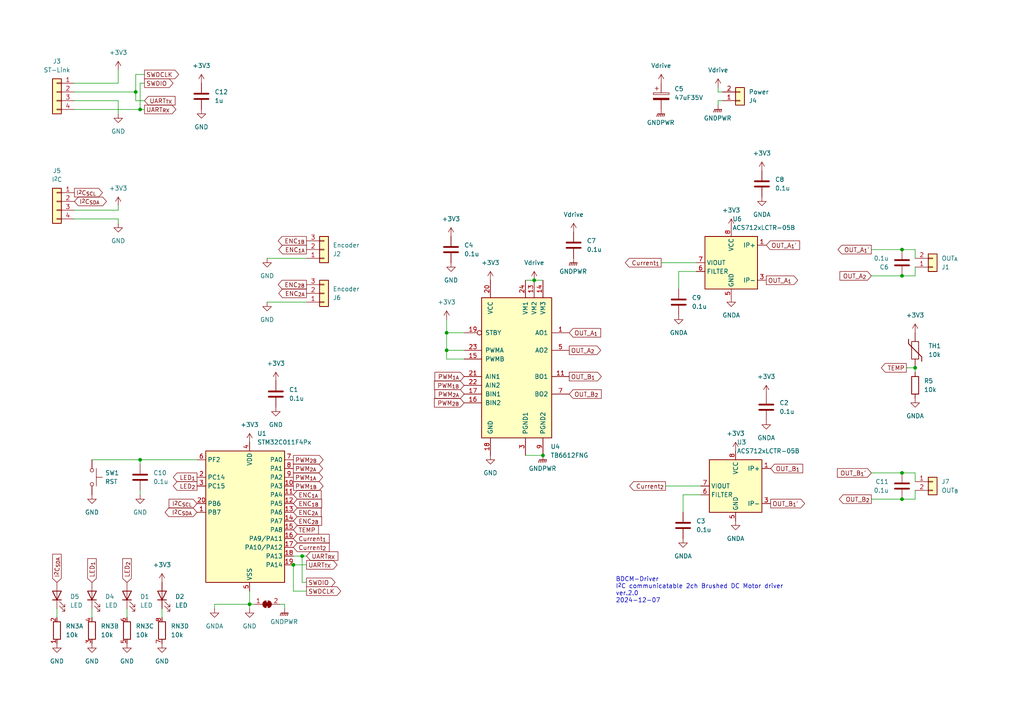
<source format=kicad_sch>
(kicad_sch (version 20231120) (generator "eeschema") (generator_version "8.0")
  (paper "A4")
  (lib_symbols
    (symbol "Connector_Generic:Conn_01x02" (pin_names (offset 1.016) hide)
      (property "Reference" "J" (at 0 2.54 0))
      (property "Value" "Conn_01x02" (at 0 -5.08 0))
      (symbol "Conn_01x02_1_1"
        (rectangle (start -1.27 -2.413) (end 0 -2.667) (stroke (width 0.1524)))
        (rectangle (start -1.27 0.127) (end 0 -0.127) (stroke (width 0.1524)))
        (rectangle (start -1.27 1.27) (end 1.27 -3.81) (stroke (width 0.254)) (fill (type background)))
        (pin passive line (at -5.08 0 0) (length 3.81) (name "Pin_1") (number "1"))
        (pin passive line (at -5.08 -2.54 0) (length 3.81) (name "Pin_2") (number "2"))
      )
    )
    (symbol "Connector_Generic:Conn_01x03" (pin_names (offset 1.016) hide)
      (property "Reference" "J" (at 0 5.08 0))
      (property "Value" "Conn_01x03" (at 0 -5.08 0))
      (symbol "Conn_01x03_1_1"
        (rectangle (start -1.27 -2.413) (end 0 -2.667) (stroke (width 0.1524)))
        (rectangle (start -1.27 0.127) (end 0 -0.127) (stroke (width 0.1524)))
        (rectangle (start -1.27 2.667) (end 0 2.413) (stroke (width 0.1524)))
        (rectangle (start -1.27 3.81) (end 1.27 -3.81) (stroke (width 0.254)) (fill (type background)))
        (pin passive line (at -5.08 2.54 0) (length 3.81) (name "Pin_1") (number "1"))
        (pin passive line (at -5.08 0 0) (length 3.81) (name "Pin_2") (number "2"))
        (pin passive line (at -5.08 -2.54 0) (length 3.81) (name "Pin_3") (number "3"))
      )
    )
    (symbol "Connector_Generic:Conn_01x04" (pin_names (offset 1.016) hide)
      (property "Reference" "J" (at 0 5.08 0))
      (property "Value" "Conn_01x04" (at 0 -7.62 0))
      (symbol "Conn_01x04_1_1"
        (rectangle (start -1.27 -4.953) (end 0 -5.207) (stroke (width 0.1524)))
        (rectangle (start -1.27 -2.413) (end 0 -2.667) (stroke (width 0.1524)))
        (rectangle (start -1.27 0.127) (end 0 -0.127) (stroke (width 0.1524)))
        (rectangle (start -1.27 2.667) (end 0 2.413) (stroke (width 0.1524)))
        (rectangle (start -1.27 3.81) (end 1.27 -6.35) (stroke (width 0.254)) (fill (type background)))
        (pin passive line (at -5.08 2.54 0) (length 3.81) (name "Pin_1") (number "1"))
        (pin passive line (at -5.08 0 0) (length 3.81) (name "Pin_2") (number "2"))
        (pin passive line (at -5.08 -2.54 0) (length 3.81) (name "Pin_3") (number "3"))
        (pin passive line (at -5.08 -5.08 0) (length 3.81) (name "Pin_4") (number "4"))
      )
    )
    (symbol "Device:C" (pin_numbers hide) (pin_names (offset 0.254))
      (property "Reference" "C" (at 0.635 2.54 0))
      (property "Value" "C" (at 0.635 -2.54 0))
      (symbol "C_0_1"
        (polyline (pts (xy -2.032 -0.762) (xy 2.032 -0.762)) (stroke (width 0.508)))
        (polyline (pts (xy -2.032 0.762) (xy 2.032 0.762)) (stroke (width 0.508)))
      )
      (symbol "C_1_1"
        (pin passive line (at 0 3.81 270) (length 2.794) (name "~") (number "1"))
        (pin passive line (at 0 -3.81 90) (length 2.794) (name "~") (number "2"))
      )
    )
    (symbol "Device:C_Polarized" (pin_numbers hide) (pin_names (offset 0.254))
      (property "Reference" "C" (at 0.635 2.54 0))
      (property "Value" "C_Polarized" (at 0.635 -2.54 0))
      (symbol "C_Polarized_0_1"
        (rectangle (start -2.286 0.508) (end 2.286 1.016))
        (polyline (pts (xy -1.778 2.286) (xy -0.762 2.286)))
        (polyline (pts (xy -1.27 2.794) (xy -1.27 1.778)))
        (rectangle (start 2.286 -0.508) (end -2.286 -1.016) (fill (type outline)))
      )
      (symbol "C_Polarized_1_1"
        (pin passive line (at 0 3.81 270) (length 2.794) (name "~") (number "1"))
        (pin passive line (at 0 -3.81 90) (length 2.794) (name "~") (number "2"))
      )
    )
    (symbol "Device:LED" (pin_numbers hide) (pin_names (offset 1.016) hide)
      (property "Reference" "D" (at 0 2.54 0))
      (property "Value" "LED" (at 0 -2.54 0))
      (symbol "LED_0_1"
        (polyline (pts (xy -1.27 -1.27) (xy -1.27 1.27)) (stroke (width 0.254)))
        (polyline (pts (xy -1.27 0) (xy 1.27 0)))
        (polyline (pts (xy 1.27 -1.27) (xy 1.27 1.27) (xy -1.27 0) (xy 1.27 -1.27)) (stroke (width 0.254)))
        (polyline (pts (xy -3.048 -0.762) (xy -4.572 -2.286) (xy -3.81 -2.286) (xy -4.572 -2.286) (xy -4.572 -1.524)))
        (polyline (pts (xy -1.778 -0.762) (xy -3.302 -2.286) (xy -2.54 -2.286) (xy -3.302 -2.286) (xy -3.302 -1.524)))
      )
      (symbol "LED_1_1"
        (pin passive line (at -3.81 0 0) (length 2.54) (name "K") (number "1"))
        (pin passive line (at 3.81 0 180) (length 2.54) (name "A") (number "2"))
      )
    )
    (symbol "Device:R" (pin_numbers hide) (pin_names (offset 0))
      (property "Reference" "R" (at 2.032 0 90))
      (property "Value" "R" (at 0 0 90))
      (symbol "R_0_1"
        (rectangle (start -1.016 -2.54) (end 1.016 2.54) (stroke (width 0.254)))
      )
      (symbol "R_1_1"
        (pin passive line (at 0 3.81 270) (length 1.27) (name "~") (number "1"))
        (pin passive line (at 0 -3.81 90) (length 1.27) (name "~") (number "2"))
      )
    )
    (symbol "Device:R_Pack04_SIP_Split" (pin_names (offset 0) hide)
      (property "Reference" "RN" (at 2.032 0 90))
      (property "Value" "R_Pack04_SIP_Split" (at 0 0 90))
      (symbol "R_Pack04_SIP_Split_0_1"
        (rectangle (start 1.016 2.54) (end -1.016 -2.54) (stroke (width 0.254)))
      )
      (symbol "R_Pack04_SIP_Split_1_1"
        (pin passive line (at 0 -3.81 90) (length 1.27) (name "R1.1") (number "1"))
        (pin passive line (at 0 3.81 270) (length 1.27) (name "R1.2") (number "2"))
      )
      (symbol "R_Pack04_SIP_Split_2_1"
        (pin passive line (at 0 -3.81 90) (length 1.27) (name "R2.1") (number "3"))
        (pin passive line (at 0 3.81 270) (length 1.27) (name "R2.2") (number "4"))
      )
      (symbol "R_Pack04_SIP_Split_3_1"
        (pin passive line (at 0 -3.81 90) (length 1.27) (name "R3.1") (number "5"))
        (pin passive line (at 0 3.81 270) (length 1.27) (name "R3.2") (number "6"))
      )
      (symbol "R_Pack04_SIP_Split_4_1"
        (pin passive line (at 0 -3.81 90) (length 1.27) (name "R4.1") (number "7"))
        (pin passive line (at 0 3.81 270) (length 1.27) (name "R4.2") (number "8"))
      )
    )
    (symbol "Device:Thermistor" (pin_numbers hide) (pin_names (offset 0))
      (property "Reference" "TH" (at 2.54 1.27 90))
      (property "Value" "Thermistor" (at -2.54 0 90))
      (symbol "Thermistor_0_1"
        (rectangle (start -1.016 2.54) (end 1.016 -2.54) (stroke (width 0.2032)))
        (polyline (pts (xy -1.905 3.175) (xy -1.905 1.905) (xy 1.905 -1.905) (xy 1.905 -3.175) (xy 1.905 -3.175)) (stroke (width 0.254)))
      )
      (symbol "Thermistor_1_1"
        (pin passive line (at 0 5.08 270) (length 2.54) (name "~") (number "1"))
        (pin passive line (at 0 -5.08 90) (length 2.54) (name "~") (number "2"))
      )
    )
    (symbol "Driver_Motor:TB6612FNG" (pin_names (offset 1.016))
      (property "Reference" "U" (at 11.43 17.78 0))
      (property "Value" "TB6612FNG" (at 11.43 15.24 0))
      (symbol "TB6612FNG_0_1"
        (rectangle (start -10.16 20.32) (end 10.16 -20.32) (stroke (width 0.254)) (fill (type background)))
      )
      (symbol "TB6612FNG_1_1"
        (pin output line (at 15.24 10.16 180) (length 5.08) (name "AO1") (number "1"))
        (pin passive line (at 7.62 -25.4 90) (length 5.08) hide (name "PGND2") (number "10"))
        (pin output line (at 15.24 -2.54 180) (length 5.08) (name "BO1") (number "11"))
        (pin passive line (at 15.24 -2.54 180) (length 5.08) hide (name "BO1") (number "12"))
        (pin power_in line (at 5.08 25.4 270) (length 5.08) (name "VM2") (number "13"))
        (pin power_in line (at 7.62 25.4 270) (length 5.08) (name "VM3") (number "14"))
        (pin input line (at -15.24 2.54 0) (length 5.08) (name "PWMB") (number "15"))
        (pin input line (at -15.24 -10.16 0) (length 5.08) (name "BIN2") (number "16"))
        (pin input line (at -15.24 -7.62 0) (length 5.08) (name "BIN1") (number "17"))
        (pin power_in line (at -7.62 -25.4 90) (length 5.08) (name "GND") (number "18"))
        (pin input inverted (at -15.24 10.16 0) (length 5.08) (name "STBY") (number "19"))
        (pin passive line (at 15.24 10.16 180) (length 5.08) hide (name "AO1") (number "2"))
        (pin power_in line (at -7.62 25.4 270) (length 5.08) (name "VCC") (number "20"))
        (pin input line (at -15.24 -2.54 0) (length 5.08) (name "AIN1") (number "21"))
        (pin input line (at -15.24 -5.08 0) (length 5.08) (name "AIN2") (number "22"))
        (pin input line (at -15.24 5.08 0) (length 5.08) (name "PWMA") (number "23"))
        (pin power_in line (at 2.54 25.4 270) (length 5.08) (name "VM1") (number "24"))
        (pin power_in line (at 2.54 -25.4 90) (length 5.08) (name "PGND1") (number "3"))
        (pin passive line (at 2.54 -25.4 90) (length 5.08) hide (name "PGND1") (number "4"))
        (pin output line (at 15.24 5.08 180) (length 5.08) (name "AO2") (number "5"))
        (pin passive line (at 15.24 5.08 180) (length 5.08) hide (name "AO2") (number "6"))
        (pin output line (at 15.24 -7.62 180) (length 5.08) (name "BO2") (number "7"))
        (pin passive line (at 15.24 -7.62 180) (length 5.08) hide (name "BO2") (number "8"))
        (pin power_in line (at 7.62 -25.4 90) (length 5.08) (name "PGND2") (number "9"))
      )
    )
    (symbol "Jumper:SolderJumper_2_Bridged" (pin_names (offset 0) hide)
      (property "Reference" "JP" (at 0 2.032 0))
      (property "Value" "SolderJumper_2_Bridged" (at 0 -2.54 0))
      (symbol "SolderJumper_2_Bridged_0_1"
        (rectangle (start -0.508 0.508) (end 0.508 -0.508) (fill (type outline)))
        (arc (start -0.254 1.016) (mid -1.2656 0) (end -0.254 -1.016))
        (arc (start -0.254 1.016) (mid -1.2656 0) (end -0.254 -1.016) (fill (type outline)))
        (polyline (pts (xy -0.254 1.016) (xy -0.254 -1.016)))
        (polyline (pts (xy 0.254 1.016) (xy 0.254 -1.016)))
        (arc (start 0.254 -1.016) (mid 1.2656 0) (end 0.254 1.016))
        (arc (start 0.254 -1.016) (mid 1.2656 0) (end 0.254 1.016) (fill (type outline)))
      )
      (symbol "SolderJumper_2_Bridged_1_1"
        (pin passive line (at -3.81 0 0) (length 2.54) (name "A") (number "1"))
        (pin passive line (at 3.81 0 180) (length 2.54) (name "B") (number "2"))
      )
    )
    (symbol "MCU_ST_STM32C0:STM32C011F4Px"
      (property "Reference" "U" (at -10.16 21.59 0))
      (property "Value" "STM32C011F4Px" (at 5.08 21.59 0))
      (symbol "STM32C011F4Px_0_1"
        (rectangle (start -10.16 -17.78) (end 12.7 20.32) (stroke (width 0.254)) (fill (type background)))
      )
      (symbol "STM32C011F4Px_1_1"
        (pin bidirectional line (at -12.7 2.54 0) (length 2.54) (name "PB7") (number "1"))
        (pin bidirectional line (at 15.24 10.16 180) (length 2.54) (name "PA3") (number "10"))
        (pin bidirectional line (at 15.24 7.62 180) (length 2.54) (name "PA4") (number "11"))
        (pin bidirectional line (at 15.24 5.08 180) (length 2.54) (name "PA5") (number "12"))
        (pin bidirectional line (at 15.24 2.54 180) (length 2.54) (name "PA6") (number "13"))
        (pin bidirectional line (at 15.24 0 180) (length 2.54) (name "PA7") (number "14"))
        (pin bidirectional line (at 15.24 -2.54 180) (length 2.54) (name "PA8") (number "15"))
        (pin bidirectional line (at 15.24 -5.08 180) (length 2.54) (name "PA9/PA11") (number "16"))
        (pin bidirectional line (at 15.24 -7.62 180) (length 2.54) (name "PA10/PA12") (number "17"))
        (pin bidirectional line (at 15.24 -10.16 180) (length 2.54) (name "PA13") (number "18"))
        (pin bidirectional line (at 15.24 -12.7 180) (length 2.54) (name "PA14") (number "19"))
        (pin bidirectional line (at -12.7 12.7 0) (length 2.54) (name "PC14") (number "2"))
        (pin bidirectional line (at -12.7 5.08 0) (length 2.54) (name "PB6") (number "20"))
        (pin bidirectional line (at -12.7 10.16 0) (length 2.54) (name "PC15") (number "3"))
        (pin power_in line (at 2.54 22.86 270) (length 2.54) (name "VDD") (number "4"))
        (pin power_in line (at 2.54 -20.32 90) (length 2.54) (name "VSS") (number "5"))
        (pin bidirectional line (at -12.7 17.78 0) (length 2.54) (name "PF2") (number "6"))
        (pin bidirectional line (at 15.24 17.78 180) (length 2.54) (name "PA0") (number "7"))
        (pin bidirectional line (at 15.24 15.24 180) (length 2.54) (name "PA1") (number "8"))
        (pin bidirectional line (at 15.24 12.7 180) (length 2.54) (name "PA2") (number "9"))
      )
    )
    (symbol "Sensor_Current:ACS712xLCTR-05B"
      (property "Reference" "U" (at 2.54 11.43 0))
      (property "Value" "ACS712xLCTR-05B" (at 2.54 8.89 0))
      (symbol "ACS712xLCTR-05B_0_1"
        (rectangle (start -7.62 7.62) (end 7.62 -7.62) (stroke (width 0.254)) (fill (type background)))
      )
      (symbol "ACS712xLCTR-05B_1_1"
        (pin passive line (at -10.16 5.08 0) (length 2.54) (name "IP+") (number "1"))
        (pin passive line (at -10.16 5.08 0) (length 2.54) hide (name "IP+") (number "2"))
        (pin passive line (at -10.16 -5.08 0) (length 2.54) (name "IP-") (number "3"))
        (pin passive line (at -10.16 -5.08 0) (length 2.54) hide (name "IP-") (number "4"))
        (pin power_in line (at 0 -10.16 90) (length 2.54) (name "GND") (number "5"))
        (pin passive line (at 10.16 -2.54 180) (length 2.54) (name "FILTER") (number "6"))
        (pin output line (at 10.16 0 180) (length 2.54) (name "VIOUT") (number "7"))
        (pin power_in line (at 0 10.16 270) (length 2.54) (name "VCC") (number "8"))
      )
    )
    (symbol "Switch:SW_Push" (pin_numbers hide) (pin_names (offset 1.016) hide)
      (property "Reference" "SW" (at 1.27 2.54 0))
      (property "Value" "SW_Push" (at 0 -1.524 0))
      (symbol "SW_Push_0_1"
        (circle (center -2.032 0) (radius 0.508))
        (polyline (pts (xy 0 1.27) (xy 0 3.048)))
        (polyline (pts (xy 2.54 1.27) (xy -2.54 1.27)))
        (circle (center 2.032 0) (radius 0.508))
        (pin passive line (at -5.08 0 0) (length 2.54) (name "1") (number "1"))
        (pin passive line (at 5.08 0 180) (length 2.54) (name "2") (number "2"))
      )
    )
    (symbol "power:+3V3" (power) (pin_names (offset 0))
      (property "Value" "+3V3" (at 0 3.556 0))
      (symbol "+3V3_0_1"
        (polyline (pts (xy -0.762 1.27) (xy 0 2.54)))
        (polyline (pts (xy 0 0) (xy 0 2.54)))
        (polyline (pts (xy 0 2.54) (xy 0.762 1.27)))
      )
      (symbol "+3V3_1_1"
        (pin power_in line (at 0 0 90) (length 0) hide (name "+3V3") (number "1"))
      )
    )
    (symbol "power:GND" (power) (pin_names (offset 0))
      (property "Value" "GND" (at 0 -3.81 0))
      (symbol "GND_0_1"
        (polyline (pts (xy 0 0) (xy 0 -1.27) (xy 1.27 -1.27) (xy 0 -2.54) (xy -1.27 -1.27) (xy 0 -1.27)))
      )
      (symbol "GND_1_1"
        (pin power_in line (at 0 0 270) (length 0) hide (name "GND") (number "1"))
      )
    )
    (symbol "power:GNDA" (power) (pin_names (offset 0))
      (property "Value" "GNDA" (at 0 -3.81 0))
      (symbol "GNDA_0_1"
        (polyline (pts (xy 0 0) (xy 0 -1.27) (xy 1.27 -1.27) (xy 0 -2.54) (xy -1.27 -1.27) (xy 0 -1.27)))
      )
      (symbol "GNDA_1_1"
        (pin power_in line (at 0 0 270) (length 0) hide (name "GNDA") (number "1"))
      )
    )
    (symbol "power:GNDPWR" (power) (pin_names (offset 0))
      (property "Value" "GNDPWR" (at 0 -3.302 0))
      (symbol "GNDPWR_0_1"
        (polyline (pts (xy 0 -1.27) (xy 0 0)))
        (polyline (pts (xy -1.016 -1.27) (xy -1.27 -2.032) (xy -1.27 -2.032)) (stroke (width 0.2032)))
        (polyline (pts (xy -0.508 -1.27) (xy -0.762 -2.032) (xy -0.762 -2.032)) (stroke (width 0.2032)))
        (polyline (pts (xy 0 -1.27) (xy -0.254 -2.032) (xy -0.254 -2.032)) (stroke (width 0.2032)))
        (polyline (pts (xy 0.508 -1.27) (xy 0.254 -2.032) (xy 0.254 -2.032)) (stroke (width 0.2032)))
        (polyline (pts (xy 1.016 -1.27) (xy -1.016 -1.27) (xy -1.016 -1.27)) (stroke (width 0.2032)))
        (polyline (pts (xy 1.016 -1.27) (xy 0.762 -2.032) (xy 0.762 -2.032) (xy 0.762 -2.032)) (stroke (width 0.2032)))
      )
      (symbol "GNDPWR_1_1"
        (pin power_in line (at 0 0 270) (length 0) hide (name "GNDPWR") (number "1"))
      )
    )
    (symbol "power:Vdrive" (power) (pin_names (offset 0))
      (property "Value" "Vdrive" (at 0 3.81 0))
      (symbol "Vdrive_0_1"
        (polyline (pts (xy -0.762 1.27) (xy 0 2.54)))
        (polyline (pts (xy 0 0) (xy 0 2.54)))
        (polyline (pts (xy 0 2.54) (xy 0.762 1.27)))
      )
      (symbol "Vdrive_1_1"
        (pin power_in line (at 0 0 90) (length 0) hide (name "Vdrive") (number "1"))
      )
    )
  )
  (junction (at 87.63 161.29))
  (junction (at 85.09 163.83))
  (junction (at 129.54 96.52))
  (junction (at 154.94 81.28))
  (junction (at 129.54 101.6))
  (junction (at 39.37 26.67))
  (junction (at 261.62 137.16))
  (junction (at 72.39 175.26))
  (junction (at 261.62 80.01))
  (junction (at 265.43 106.68))
  (junction (at 40.64 133.35))
  (junction (at 40.64 31.75))
  (junction (at 261.62 72.39))
  (junction (at 261.62 144.78))
  (junction (at 157.48 132.08))
  (wire (pts (xy 34.29 63.5) (xy 34.29 64.77)))
  (wire (pts (xy 129.54 96.52) (xy 129.54 101.6)))
  (wire (pts (xy 265.43 142.24) (xy 265.43 144.78)))
  (wire (pts (xy 85.09 171.45) (xy 85.09 163.83)))
  (wire (pts (xy 198.12 143.51) (xy 203.2 143.51)))
  (wire (pts (xy 39.37 26.67) (xy 21.59 26.67)))
  (wire (pts (xy 129.54 101.6) (xy 129.54 104.14)))
  (wire (pts (xy 265.43 107.95) (xy 265.43 106.68)))
  (wire (pts (xy 39.37 21.59) (xy 39.37 26.67)))
  (wire (pts (xy 198.12 148.59) (xy 198.12 143.51)))
  (wire (pts (xy 208.28 29.21) (xy 209.55 29.21)))
  (wire (pts (xy 46.99 179.07) (xy 46.99 176.53)))
  (wire (pts (xy 208.28 25.4) (xy 208.28 26.67)))
  (wire (pts (xy 208.28 30.48) (xy 208.28 29.21)))
  (wire (pts (xy 85.09 161.29) (xy 87.63 161.29)))
  (wire (pts (xy 129.54 101.6) (xy 134.62 101.6)))
  (wire (pts (xy 88.9 171.45) (xy 85.09 171.45)))
  (wire (pts (xy 34.29 29.21) (xy 34.29 33.02)))
  (wire (pts (xy 39.37 29.21) (xy 39.37 26.67)))
  (wire (pts (xy 261.62 144.78) (xy 265.43 144.78)))
  (wire (pts (xy 193.04 140.97) (xy 203.2 140.97)))
  (wire (pts (xy 40.64 24.13) (xy 40.64 31.75)))
  (wire (pts (xy 21.59 29.21) (xy 34.29 29.21)))
  (wire (pts (xy 21.59 24.13) (xy 34.29 24.13)))
  (wire (pts (xy 41.91 31.75) (xy 40.64 31.75)))
  (wire (pts (xy 261.62 137.16) (xy 252.73 137.16)))
  (wire (pts (xy 82.55 175.26) (xy 82.55 176.53)))
  (wire (pts (xy 152.4 132.08) (xy 157.48 132.08)))
  (wire (pts (xy 21.59 60.96) (xy 34.29 60.96)))
  (wire (pts (xy 265.43 77.47) (xy 265.43 80.01)))
  (wire (pts (xy 72.39 171.45) (xy 72.39 175.26)))
  (wire (pts (xy 39.37 29.21) (xy 41.91 29.21)))
  (wire (pts (xy 261.62 80.01) (xy 252.73 80.01)))
  (wire (pts (xy 77.47 87.63) (xy 88.9 87.63)))
  (wire (pts (xy 196.85 83.82) (xy 196.85 78.74)))
  (wire (pts (xy 88.9 168.91) (xy 87.63 168.91)))
  (wire (pts (xy 262.89 106.68) (xy 265.43 106.68)))
  (wire (pts (xy 261.62 72.39) (xy 265.43 72.39)))
  (wire (pts (xy 72.39 175.26) (xy 73.66 175.26)))
  (wire (pts (xy 40.64 143.51) (xy 40.64 142.24)))
  (wire (pts (xy 72.39 176.53) (xy 72.39 175.26)))
  (wire (pts (xy 85.09 163.83) (xy 88.9 163.83)))
  (wire (pts (xy 16.51 176.53) (xy 16.51 179.07)))
  (wire (pts (xy 129.54 92.71) (xy 129.54 96.52)))
  (wire (pts (xy 265.43 72.39) (xy 265.43 74.93)))
  (wire (pts (xy 154.94 81.28) (xy 157.48 81.28)))
  (wire (pts (xy 21.59 63.5) (xy 34.29 63.5)))
  (wire (pts (xy 252.73 72.39) (xy 261.62 72.39)))
  (wire (pts (xy 208.28 26.67) (xy 209.55 26.67)))
  (wire (pts (xy 265.43 80.01) (xy 261.62 80.01)))
  (wire (pts (xy 81.28 175.26) (xy 82.55 175.26)))
  (wire (pts (xy 77.47 74.93) (xy 88.9 74.93)))
  (wire (pts (xy 34.29 60.96) (xy 34.29 59.69)))
  (wire (pts (xy 87.63 168.91) (xy 87.63 161.29)))
  (wire (pts (xy 252.73 144.78) (xy 261.62 144.78)))
  (wire (pts (xy 40.64 31.75) (xy 21.59 31.75)))
  (wire (pts (xy 196.85 78.74) (xy 201.93 78.74)))
  (wire (pts (xy 36.83 176.53) (xy 36.83 179.07)))
  (wire (pts (xy 152.4 81.28) (xy 154.94 81.28)))
  (wire (pts (xy 191.77 76.2) (xy 201.93 76.2)))
  (wire (pts (xy 41.91 24.13) (xy 40.64 24.13)))
  (wire (pts (xy 129.54 104.14) (xy 134.62 104.14)))
  (wire (pts (xy 26.67 133.35) (xy 40.64 133.35)))
  (wire (pts (xy 34.29 24.13) (xy 34.29 20.32)))
  (wire (pts (xy 129.54 96.52) (xy 134.62 96.52)))
  (wire (pts (xy 87.63 161.29) (xy 88.9 161.29)))
  (wire (pts (xy 62.23 175.26) (xy 72.39 175.26)))
  (wire (pts (xy 40.64 134.62) (xy 40.64 133.35)))
  (wire (pts (xy 265.43 137.16) (xy 265.43 139.7)))
  (wire (pts (xy 62.23 175.26) (xy 62.23 176.53)))
  (wire (pts (xy 265.43 137.16) (xy 261.62 137.16)))
  (wire (pts (xy 40.64 133.35) (xy 57.15 133.35)))
  (wire (pts (xy 39.37 21.59) (xy 41.91 21.59)))
  (wire (pts (xy 26.67 176.53) (xy 26.67 179.07)))
  (text "BDCM-Driver\nI^{2}C communicatable 2ch Brushed DC Motor driver\nver.2.0\n2024-12-07" (at 178.562 171.196 0) (effects (font (size 1.27 1.27)) (justify left)))
  (global_label "OUT_A_{2}" (shape output) (at 165.1 101.6 0) (property "Intersheetrefs" "${INTERSHEET_REFS}" (effects (hide yes))))
  (global_label "PWM_{2A}" (shape input) (at 134.62 114.3 180) (property "Intersheetrefs" "${INTERSHEET_REFS}" (effects (hide yes))))
  (global_label "ENC_{2A}" (shape input) (at 85.09 148.59 0) (property "Intersheetrefs" "${INTERSHEET_REFS}" (effects (hide yes))))
  (global_label "OUT_B_{1}'" (shape output) (at 223.52 146.05 0) (property "Intersheetrefs" "${INTERSHEET_REFS}" (effects (hide yes))))
  (global_label "ENC_{1A}" (shape output) (at 88.9 72.39 180) (property "Intersheetrefs" "${INTERSHEET_REFS}" (effects (hide yes))))
  (global_label "UART_{RX}" (shape output) (at 41.91 31.75 0) (property "Intersheetrefs" "${INTERSHEET_REFS}" (effects (hide yes))))
  (global_label "ENC_{2A}" (shape output) (at 88.9 85.09 180) (property "Intersheetrefs" "${INTERSHEET_REFS}" (effects (hide yes))))
  (global_label "OUT_A_{1}'" (shape input) (at 222.25 71.12 0) (property "Intersheetrefs" "${INTERSHEET_REFS}" (effects (hide yes))))
  (global_label "PWM_{1B}" (shape input) (at 134.62 111.76 180) (property "Intersheetrefs" "${INTERSHEET_REFS}" (effects (hide yes))))
  (global_label "Current_{1}" (shape input) (at 85.09 156.21 0) (property "Intersheetrefs" "${INTERSHEET_REFS}" (effects (hide yes))))
  (global_label "OUT_B_{1}" (shape input) (at 223.52 135.89 0) (property "Intersheetrefs" "${INTERSHEET_REFS}" (effects (hide yes))))
  (global_label "PWM_{2B}" (shape output) (at 85.09 133.35 0) (property "Intersheetrefs" "${INTERSHEET_REFS}" (effects (hide yes))))
  (global_label "SWDCLK" (shape output) (at 41.91 21.59 0) (property "Intersheetrefs" "${INTERSHEET_REFS}" (effects (hide yes))))
  (global_label "I^{2}C_{SDA}" (shape input) (at 16.51 168.91 90) (property "Intersheetrefs" "${INTERSHEET_REFS}" (effects (hide yes))))
  (global_label "OUT_B_{1}'" (shape input) (at 252.73 137.16 180) (property "Intersheetrefs" "${INTERSHEET_REFS}" (effects (hide yes))))
  (global_label "UART_{TX}" (shape input) (at 41.91 29.21 0) (property "Intersheetrefs" "${INTERSHEET_REFS}" (effects (hide yes))))
  (global_label "I^{2}C_{SCL}" (shape output) (at 21.59 55.88 0) (property "Intersheetrefs" "${INTERSHEET_REFS}" (effects (hide yes))))
  (global_label "ENC_{1B}" (shape input) (at 85.09 146.05 0) (property "Intersheetrefs" "${INTERSHEET_REFS}" (effects (hide yes))))
  (global_label "PWM_{2A}" (shape output) (at 85.09 135.89 0) (property "Intersheetrefs" "${INTERSHEET_REFS}" (effects (hide yes))))
  (global_label "OUT_A_{1}" (shape output) (at 222.25 81.28 0) (property "Intersheetrefs" "${INTERSHEET_REFS}" (effects (hide yes))))
  (global_label "OUT_B_{1}" (shape output) (at 165.1 109.22 0) (property "Intersheetrefs" "${INTERSHEET_REFS}" (effects (hide yes))))
  (global_label "OUT_B_{2}" (shape input) (at 165.1 114.3 0) (property "Intersheetrefs" "${INTERSHEET_REFS}" (effects (hide yes))))
  (global_label "OUT_A_{2}" (shape input) (at 252.73 80.01 180) (property "Intersheetrefs" "${INTERSHEET_REFS}" (effects (hide yes))))
  (global_label "ENC_{2B}" (shape input) (at 85.09 151.13 0) (property "Intersheetrefs" "${INTERSHEET_REFS}" (effects (hide yes))))
  (global_label "I^{2}C_{SCL}" (shape input) (at 57.15 146.05 180) (property "Intersheetrefs" "${INTERSHEET_REFS}" (effects (hide yes))))
  (global_label "SWDIO" (shape output) (at 41.91 24.13 0) (property "Intersheetrefs" "${INTERSHEET_REFS}" (effects (hide yes))))
  (global_label "I^{2}C_{SDA}" (shape bidirectional) (at 57.15 148.59 180) (property "Intersheetrefs" "${INTERSHEET_REFS}" (effects (hide yes))))
  (global_label "Current_{2}" (shape input) (at 85.09 158.75 0) (property "Intersheetrefs" "${INTERSHEET_REFS}" (effects (hide yes))))
  (global_label "SWDCLK" (shape output) (at 88.9 171.45 0) (property "Intersheetrefs" "${INTERSHEET_REFS}" (effects (hide yes))))
  (global_label "LED_{2}" (shape input) (at 36.83 168.91 90) (property "Intersheetrefs" "${INTERSHEET_REFS}" (effects (hide yes))))
  (global_label "OUT_A_{1}" (shape input) (at 165.1 96.52 0) (property "Intersheetrefs" "${INTERSHEET_REFS}" (effects (hide yes))))
  (global_label "PWM_{2B}" (shape input) (at 134.62 116.84 180) (property "Intersheetrefs" "${INTERSHEET_REFS}" (effects (hide yes))))
  (global_label "ENC_{1B}" (shape output) (at 88.9 69.85 180) (property "Intersheetrefs" "${INTERSHEET_REFS}" (effects (hide yes))))
  (global_label "LED_{1}" (shape output) (at 57.15 138.43 180) (property "Intersheetrefs" "${INTERSHEET_REFS}" (effects (hide yes))))
  (global_label "ENC_{1A}" (shape input) (at 85.09 143.51 0) (property "Intersheetrefs" "${INTERSHEET_REFS}" (effects (hide yes))))
  (global_label "Current_{2}" (shape output) (at 193.04 140.97 180) (property "Intersheetrefs" "${INTERSHEET_REFS}" (effects (hide yes))))
  (global_label "SWDIO" (shape output) (at 88.9 168.91 0) (property "Intersheetrefs" "${INTERSHEET_REFS}" (effects (hide yes))))
  (global_label "Current_{1}" (shape output) (at 191.77 76.2 180) (property "Intersheetrefs" "${INTERSHEET_REFS}" (effects (hide yes))))
  (global_label "LED_{1}" (shape input) (at 26.67 168.91 90) (property "Intersheetrefs" "${INTERSHEET_REFS}" (effects (hide yes))))
  (global_label "OUT_B_{2}" (shape output) (at 252.73 144.78 180) (property "Intersheetrefs" "${INTERSHEET_REFS}" (effects (hide yes))))
  (global_label "OUT_A_{1}'" (shape output) (at 252.73 72.39 180) (property "Intersheetrefs" "${INTERSHEET_REFS}" (effects (hide yes))))
  (global_label "PWM_{1B}" (shape output) (at 85.09 140.97 0) (property "Intersheetrefs" "${INTERSHEET_REFS}" (effects (hide yes))))
  (global_label "ENC_{2B}" (shape output) (at 88.9 82.55 180) (property "Intersheetrefs" "${INTERSHEET_REFS}" (effects (hide yes))))
  (global_label "I^{2}C_{SDA}" (shape bidirectional) (at 21.59 58.42 0) (property "Intersheetrefs" "${INTERSHEET_REFS}" (effects (hide yes))))
  (global_label "TEMP" (shape output) (at 262.89 106.68 180) (property "Intersheetrefs" "${INTERSHEET_REFS}" (effects (hide yes))))
  (global_label "UART_{TX}" (shape output) (at 88.9 163.83 0) (property "Intersheetrefs" "${INTERSHEET_REFS}" (effects (hide yes))))
  (global_label "PWM_{1A}" (shape output) (at 85.09 138.43 0) (property "Intersheetrefs" "${INTERSHEET_REFS}" (effects (hide yes))))
  (global_label "TEMP" (shape input) (at 85.09 153.67 0) (property "Intersheetrefs" "${INTERSHEET_REFS}" (effects (hide yes))))
  (global_label "PWM_{1A}" (shape input) (at 134.62 109.22 180) (property "Intersheetrefs" "${INTERSHEET_REFS}" (effects (hide yes))))
  (global_label "UART_{RX}" (shape input) (at 88.9 161.29 0) (property "Intersheetrefs" "${INTERSHEET_REFS}" (effects (hide yes))))
  (global_label "LED_{2}" (shape output) (at 57.15 140.97 180) (property "Intersheetrefs" "${INTERSHEET_REFS}" (effects (hide yes))))
  (symbol (lib_id "power:Vdrive") (at 154.94 81.28 0) (unit 1)
    (property "Reference" "#PWR045" (effects (hide yes)))
    (property "Value" "Vdrive" (at 154.94 76.2 0))
  )
  (symbol (lib_id "Device:R_Pack04_SIP_Split") (at 36.83 182.88 0) (unit 3)
    (property "Reference" "RN3" (at 39.37 181.61 0) (effects (justify left)))
    (property "Value" "10k" (at 39.37 184.15 0) (effects (justify left)))
    (property "Footprint" ".MyFootprint:MNR04_ROM" (effects (hide yes)))
    (property "Datasheet" "http://www.vishay.com/docs/31509/csc.pdf" (effects (hide yes)))
  )
  (symbol (lib_id "Device:C_Polarized") (at 191.77 27.94 0) (unit 1)
    (property "Reference" "C5" (at 195.58 25.781 0) (effects (justify left)))
    (property "Value" "47uF35V" (at 195.58 28.321 0) (effects (justify left)))
    (property "Footprint" "Capacitor_SMD:CP_Elec_10x10.5" (effects (hide yes)))
  )
  (symbol (lib_id "power:GNDA") (at 198.12 156.21 0) (unit 1)
    (property "Reference" "#PWR024" (effects (hide yes)))
    (property "Value" "GNDA" (at 198.12 161.29 0))
  )
  (symbol (lib_id "Device:R_Pack04_SIP_Split") (at 16.51 182.88 0) (unit 1)
    (property "Reference" "RN3" (at 19.05 181.61 0) (effects (justify left)))
    (property "Value" "10k" (at 19.05 184.15 0) (effects (justify left)))
    (property "Footprint" ".MyFootprint:MNR04_ROM" (effects (hide yes)))
    (property "Datasheet" "http://www.vishay.com/docs/31509/csc.pdf" (effects (hide yes)))
  )
  (symbol (lib_id "Device:C") (at 80.01 114.3 0) (unit 1)
    (property "Reference" "C1" (at 83.82 113.03 0) (effects (justify left)))
    (property "Value" "0.1u" (at 83.82 115.57 0) (effects (justify left)))
    (property "Footprint" "Capacitor_SMD:C_0603_1608Metric" (effects (hide yes)))
  )
  (symbol (lib_id "power:+3V3") (at 222.25 114.3 0) (unit 1)
    (property "Reference" "#PWR08" (effects (hide yes)))
    (property "Value" "+3V3" (at 222.25 109.22 0))
  )
  (symbol (lib_id "Connector_Generic:Conn_01x03") (at 93.98 72.39 0) (mirror x) (unit 1)
    (property "Reference" "J2" (at 96.52 73.66 0) (effects (justify left)))
    (property "Value" "Encoder" (at 96.52 71.12 0) (effects (justify left)))
    (property "Footprint" "Connector_PinHeader_1.27mm:PinHeader_1x03_P1.27mm_Vertical" (effects (hide yes)))
  )
  (symbol (lib_id "power:GND") (at 77.47 74.93 0) (unit 1)
    (property "Reference" "#PWR010" (effects (hide yes)))
    (property "Value" "GND" (at 77.47 80.01 0))
  )
  (symbol (lib_id "power:GNDA") (at 265.43 115.57 0) (unit 1)
    (property "Reference" "#PWR051" (effects (hide yes)))
    (property "Value" "GNDA" (at 265.43 120.65 0))
  )
  (symbol (lib_id "Sensor_Current:ACS712xLCTR-05B") (at 213.36 140.97 0) (mirror y) (unit 1)
    (property "Reference" "U3" (at 213.7059 128.27 0) (effects (justify right)))
    (property "Value" "ACS712xLCTR-05B" (at 213.7059 130.81 0) (effects (justify right)))
    (property "Footprint" "Package_SO:SOIC-8_3.9x4.9mm_P1.27mm" (effects (hide yes)))
    (property "Datasheet" "http://www.allegromicro.com/~/media/Files/Datasheets/ACS712-Datasheet.ashx?la=en" (effects (hide yes)))
  )
  (symbol (lib_id "Device:C") (at 196.85 87.63 0) (unit 1)
    (property "Reference" "C9" (at 200.66 86.36 0) (effects (justify left)))
    (property "Value" "0.1u" (at 200.66 88.9 0) (effects (justify left)))
    (property "Footprint" "Capacitor_SMD:C_0603_1608Metric" (effects (hide yes)))
  )
  (symbol (lib_id "power:+3V3") (at 46.99 168.91 0) (unit 1)
    (property "Reference" "#PWR020" (effects (hide yes)))
    (property "Value" "+3V3" (at 46.99 163.83 0))
  )
  (symbol (lib_id "power:GNDA") (at 222.25 121.92 0) (unit 1)
    (property "Reference" "#PWR019" (effects (hide yes)))
    (property "Value" "GNDA" (at 222.25 127 0))
  )
  (symbol (lib_id "power:GNDPWR") (at 157.48 132.08 0) (unit 1)
    (property "Reference" "#PWR044" (effects (hide yes)))
    (property "Value" "GNDPWR" (at 157.353 135.89 0))
  )
  (symbol (lib_id "Connector_Generic:Conn_01x04") (at 16.51 58.42 0) (mirror y) (unit 1)
    (property "Reference" "J5" (at 16.51 49.53 0))
    (property "Value" "I^{2}C" (at 16.51 52.07 0))
    (property "Footprint" "Connector_JST:JST_XH_S4B-XH-A_1x04_P2.50mm_Horizontal" (effects (hide yes)))
  )
  (symbol (lib_id "power:+3V3") (at 212.09 66.04 0) (unit 1)
    (property "Reference" "#PWR016" (effects (hide yes)))
    (property "Value" "+3V3" (at 212.09 60.96 0))
  )
  (symbol (lib_id "power:GND") (at 26.67 143.51 0) (unit 1)
    (property "Reference" "#PWR050" (effects (hide yes)))
    (property "Value" "GND" (at 26.67 148.59 0))
  )
  (symbol (lib_id "power:GND") (at 142.24 132.08 0) (unit 1)
    (property "Reference" "#PWR02" (effects (hide yes)))
    (property "Value" "GND" (at 142.24 137.16 0))
  )
  (symbol (lib_id "power:GND") (at 34.29 64.77 0) (unit 1)
    (property "Reference" "#PWR031" (effects (hide yes)))
    (property "Value" "GND" (at 34.29 69.85 0))
  )
  (symbol (lib_id "Connector_Generic:Conn_01x02") (at 214.63 29.21 0) (mirror x) (unit 1)
    (property "Reference" "J4" (at 217.17 29.21 0) (effects (justify left)))
    (property "Value" "Power" (at 217.17 26.67 0) (effects (justify left)))
    (property "Footprint" "Connector_PinHeader_2.54mm:PinHeader_1x02_P2.54mm_Horizontal" (effects (hide yes)))
  )
  (symbol (lib_id "power:+3V3") (at 58.42 24.13 0) (unit 1)
    (property "Reference" "#PWR028" (effects (hide yes)))
    (property "Value" "+3V3" (at 58.42 19.05 0))
  )
  (symbol (lib_id "Device:C") (at 130.81 72.39 0) (unit 1)
    (property "Reference" "C4" (at 134.62 71.12 0) (effects (justify left)))
    (property "Value" "0.1u" (at 134.62 73.66 0) (effects (justify left)))
    (property "Footprint" "Capacitor_SMD:C_0603_1608Metric" (effects (hide yes)))
  )
  (symbol (lib_id "power:+3V3") (at 265.43 96.52 0) (unit 1)
    (property "Reference" "#PWR047" (effects (hide yes)))
    (property "Value" "+3V3" (at 265.43 91.44 0))
  )
  (symbol (lib_id "power:+3V3") (at 142.24 81.28 0) (unit 1)
    (property "Reference" "#PWR046" (effects (hide yes)))
    (property "Value" "+3V3" (at 142.24 76.2 0))
  )
  (symbol (lib_id "Device:C") (at 166.37 71.12 0) (unit 1)
    (property "Reference" "C7" (at 170.18 69.85 0) (effects (justify left)))
    (property "Value" "0.1u" (at 170.18 72.39 0) (effects (justify left)))
    (property "Footprint" "Capacitor_SMD:C_0603_1608Metric" (effects (hide yes)))
  )
  (symbol (lib_id "Connector_Generic:Conn_01x02") (at 270.51 139.7 0) (unit 1)
    (property "Reference" "J7" (at 273.05 139.7 0) (effects (justify left)))
    (property "Value" "OUT_{B}" (at 273.05 142.24 0) (effects (justify left)))
    (property "Footprint" "Connector_PinHeader_2.54mm:PinHeader_1x02_P2.54mm_Horizontal" (effects (hide yes)))
  )
  (symbol (lib_id "power:Vdrive") (at 191.77 24.13 0) (unit 1)
    (property "Reference" "#PWR027" (effects (hide yes)))
    (property "Value" "Vdrive" (at 191.77 19.05 0))
  )
  (symbol (lib_id "power:+3V3") (at 213.36 130.81 0) (unit 1)
    (property "Reference" "#PWR011" (effects (hide yes)))
    (property "Value" "+3V3" (at 213.36 125.73 0))
  )
  (symbol (lib_id "power:GND") (at 26.67 186.69 0) (unit 1)
    (property "Reference" "#PWR035" (effects (hide yes)))
    (property "Value" "GND" (at 26.67 191.77 0))
  )
  (symbol (lib_id "power:GNDPWR") (at 166.37 74.93 0) (unit 1)
    (property "Reference" "#PWR034" (effects (hide yes)))
    (property "Value" "GNDPWR" (at 166.243 78.74 0))
  )
  (symbol (lib_id "Device:LED") (at 46.99 172.72 90) (unit 1)
    (property "Reference" "D2" (at 50.8 173.0375 90) (effects (justify right)))
    (property "Value" "LED" (at 50.8 175.5775 90) (effects (justify right)))
    (property "Footprint" "LED_SMD:LED_0603_1608Metric" (effects (hide yes)))
  )
  (symbol (lib_id "Device:C") (at 58.42 27.94 0) (unit 1)
    (property "Reference" "C12" (at 62.23 26.67 0) (effects (justify left)))
    (property "Value" "1u" (at 62.23 29.21 0) (effects (justify left)))
    (property "Footprint" "Capacitor_SMD:C_0805_2012Metric" (effects (hide yes)))
  )
  (symbol (lib_id "power:GND") (at 34.29 33.02 0) (unit 1)
    (property "Reference" "#PWR015" (effects (hide yes)))
    (property "Value" "GND" (at 34.29 38.1 0))
  )
  (symbol (lib_id "Device:LED") (at 36.83 172.72 90) (unit 1)
    (property "Reference" "D1" (at 40.64 173.0375 90) (effects (justify right)))
    (property "Value" "LED" (at 40.64 175.5775 90) (effects (justify right)))
    (property "Footprint" "LED_SMD:LED_0603_1608Metric" (effects (hide yes)))
  )
  (symbol (lib_id "power:GNDPWR") (at 208.28 30.48 0) (unit 1)
    (property "Reference" "#PWR07" (effects (hide yes)))
    (property "Value" "GNDPWR" (at 208.153 34.29 0))
  )
  (symbol (lib_id "Connector_Generic:Conn_01x03") (at 93.98 85.09 0) (mirror x) (unit 1)
    (property "Reference" "J6" (at 96.52 86.36 0) (effects (justify left)))
    (property "Value" "Encoder" (at 96.52 83.82 0) (effects (justify left)))
    (property "Footprint" "Connector_PinHeader_1.27mm:PinHeader_1x03_P1.27mm_Vertical" (effects (hide yes)))
  )
  (symbol (lib_id "Device:C") (at 220.98 53.34 0) (unit 1)
    (property "Reference" "C8" (at 224.79 52.07 0) (effects (justify left)))
    (property "Value" "0.1u" (at 224.79 54.61 0) (effects (justify left)))
    (property "Footprint" "Capacitor_SMD:C_0603_1608Metric" (effects (hide yes)))
  )
  (symbol (lib_id "power:GND") (at 80.01 118.11 0) (unit 1)
    (property "Reference" "#PWR017" (effects (hide yes)))
    (property "Value" "GND" (at 80.01 123.19 0))
  )
  (symbol (lib_id "Connector_Generic:Conn_01x02") (at 270.51 77.47 0) (mirror x) (unit 1)
    (property "Reference" "J1" (at 273.05 77.47 0) (effects (justify left)))
    (property "Value" "OUT_{A}" (at 273.05 74.93 0) (effects (justify left)))
    (property "Footprint" "Connector_PinHeader_2.54mm:PinHeader_1x02_P2.54mm_Horizontal" (effects (hide yes)))
  )
  (symbol (lib_id "power:+3V3") (at 80.01 110.49 0) (unit 1)
    (property "Reference" "#PWR06" (effects (hide yes)))
    (property "Value" "+3V3" (at 80.01 105.41 0))
  )
  (symbol (lib_id "Driver_Motor:TB6612FNG") (at 149.86 106.68 0) (unit 1)
    (property "Reference" "U4" (at 159.6741 129.54 0) (effects (justify left)))
    (property "Value" "TB6612FNG" (at 159.6741 132.08 0) (effects (justify left)))
    (property "Footprint" "Package_SO:SSOP-24_5.3x8.2mm_P0.65mm" (effects (hide yes)))
    (property "Datasheet" "https://toshiba.semicon-storage.com/us/product/linear/motordriver/detail.TB6612FNG.html" (effects (hide yes)))
    (property "Description" "Driver IC for Dual DC motor, SSOP-24" (effects (hide yes)))
  )
  (symbol (lib_id "Device:C") (at 222.25 118.11 0) (unit 1)
    (property "Reference" "C2" (at 226.06 116.84 0) (effects (justify left)))
    (property "Value" "0.1u" (at 226.06 119.38 0) (effects (justify left)))
    (property "Footprint" "Capacitor_SMD:C_0603_1608Metric" (effects (hide yes)))
  )
  (symbol (lib_id "power:GNDA") (at 213.36 151.13 0) (unit 1)
    (property "Reference" "#PWR05" (effects (hide yes)))
    (property "Value" "GNDA" (at 213.36 156.21 0))
  )
  (symbol (lib_id "power:GND") (at 16.51 186.69 0) (unit 1)
    (property "Reference" "#PWR049" (effects (hide yes)))
    (property "Value" "GND" (at 16.51 191.77 0))
  )
  (symbol (lib_id "Sensor_Current:ACS712xLCTR-05B") (at 212.09 76.2 0) (mirror y) (unit 1)
    (property "Reference" "U6" (at 212.4359 63.5 0) (effects (justify right)))
    (property "Value" "ACS712xLCTR-05B" (at 212.4359 66.04 0) (effects (justify right)))
    (property "Footprint" "Package_SO:SOIC-8_3.9x4.9mm_P1.27mm" (effects (hide yes)))
    (property "Datasheet" "http://www.allegromicro.com/~/media/Files/Datasheets/ACS712-Datasheet.ashx?la=en" (effects (hide yes)))
  )
  (symbol (lib_id "power:GND") (at 72.39 176.53 0) (unit 1)
    (property "Reference" "#PWR021" (effects (hide yes)))
    (property "Value" "GND" (at 72.39 181.61 0))
  )
  (symbol (lib_id "power:GND") (at 40.64 143.51 0) (unit 1)
    (property "Reference" "#PWR054" (effects (hide yes)))
    (property "Value" "GND" (at 40.64 148.59 0))
  )
  (symbol (lib_id "Connector_Generic:Conn_01x04") (at 16.51 26.67 0) (mirror y) (unit 1)
    (property "Reference" "J3" (at 16.51 17.78 0))
    (property "Value" "ST-Link" (at 16.51 20.32 0))
    (property "Footprint" "Connector_PinHeader_2.54mm:PinHeader_1x04_P2.54mm_Vertical" (effects (hide yes)))
  )
  (symbol (lib_id "power:+3V3") (at 129.54 92.71 0) (unit 1)
    (property "Reference" "#PWR03" (effects (hide yes)))
    (property "Value" "+3V3" (at 129.54 87.63 0))
  )
  (symbol (lib_id "Device:LED") (at 26.67 172.72 90) (unit 1)
    (property "Reference" "D4" (at 30.48 173.0375 90) (effects (justify right)))
    (property "Value" "LED" (at 30.48 175.5775 90) (effects (justify right)))
    (property "Footprint" "LED_SMD:LED_0603_1608Metric" (effects (hide yes)))
  )
  (symbol (lib_id "Device:R_Pack04_SIP_Split") (at 46.99 182.88 0) (unit 4)
    (property "Reference" "RN3" (at 49.53 181.61 0) (effects (justify left)))
    (property "Value" "10k" (at 49.53 184.15 0) (effects (justify left)))
    (property "Footprint" ".MyFootprint:MNR04_ROM" (effects (hide yes)))
    (property "Datasheet" "http://www.vishay.com/docs/31509/csc.pdf" (effects (hide yes)))
  )
  (symbol (lib_id "Device:C") (at 40.64 138.43 0) (unit 1)
    (property "Reference" "C10" (at 44.45 137.16 0) (effects (justify left)))
    (property "Value" "0.1u" (at 44.45 139.7 0) (effects (justify left)))
    (property "Footprint" "Capacitor_SMD:C_0603_1608Metric" (effects (hide yes)))
  )
  (symbol (lib_id "power:+3V3") (at 34.29 20.32 0) (unit 1)
    (property "Reference" "#PWR014" (effects (hide yes)))
    (property "Value" "+3V3" (at 34.29 15.24 0))
  )
  (symbol (lib_id "power:GND") (at 77.47 87.63 0) (unit 1)
    (property "Reference" "#PWR01" (effects (hide yes)))
    (property "Value" "GND" (at 77.47 92.71 0))
  )
  (symbol (lib_id "power:GNDA") (at 62.23 176.53 0) (unit 1)
    (property "Reference" "#PWR022" (effects (hide yes)))
    (property "Value" "GNDA" (at 62.23 181.61 0))
  )
  (symbol (lib_id "power:GND") (at 58.42 31.75 0) (unit 1)
    (property "Reference" "#PWR029" (effects (hide yes)))
    (property "Value" "GND" (at 58.42 36.83 0))
  )
  (symbol (lib_id "power:Vdrive") (at 208.28 25.4 0) (unit 1)
    (property "Reference" "#PWR09" (effects (hide yes)))
    (property "Value" "Vdrive" (at 208.28 20.32 0))
  )
  (symbol (lib_id "power:+3V3") (at 130.81 68.58 0) (unit 1)
    (property "Reference" "#PWR025" (effects (hide yes)))
    (property "Value" "+3V3" (at 130.81 63.5 0))
  )
  (symbol (lib_id "Device:LED") (at 16.51 172.72 90) (unit 1)
    (property "Reference" "D5" (at 20.32 173.0375 90) (effects (justify right)))
    (property "Value" "LED" (at 20.32 175.5775 90) (effects (justify right)))
    (property "Footprint" "LED_SMD:LED_0603_1608Metric" (effects (hide yes)))
  )
  (symbol (lib_id "Device:R_Pack04_SIP_Split") (at 26.67 182.88 0) (unit 2)
    (property "Reference" "RN3" (at 29.21 181.61 0) (effects (justify left)))
    (property "Value" "10k" (at 29.21 184.15 0) (effects (justify left)))
    (property "Footprint" ".MyFootprint:MNR04_ROM" (effects (hide yes)))
    (property "Datasheet" "http://www.vishay.com/docs/31509/csc.pdf" (effects (hide yes)))
  )
  (symbol (lib_id "Jumper:SolderJumper_2_Bridged") (at 77.47 175.26 0) (unit 1)
    (property "Reference" "JP3" (effects (hide yes)))
    (property "Value" "GND" (effects (hide yes)))
    (property "Footprint" "Jumper:SolderJumper-2_P1.3mm_Bridged_Pad1.0x1.5mm" (effects (hide yes)))
  )
  (symbol (lib_id "power:GNDPWR") (at 191.77 31.75 0) (unit 1)
    (property "Reference" "#PWR030" (effects (hide yes)))
    (property "Value" "GNDPWR" (at 191.643 35.56 0))
  )
  (symbol (lib_id "MCU_ST_STM32C0:STM32C011F4Px") (at 69.85 151.13 0) (unit 1)
    (property "Reference" "U1" (at 74.5841 125.73 0) (effects (justify left)))
    (property "Value" "STM32C011F4Px" (at 74.5841 128.27 0) (effects (justify left)))
    (property "Footprint" "Package_SO:TSSOP-20_4.4x6.5mm_P0.65mm" (effects (hide yes)))
    (property "Datasheet" "https://www.st.com/resource/en/datasheet/stm32c011f4.pdf" (effects (hide yes)))
  )
  (symbol (lib_id "power:GNDA") (at 212.09 86.36 0) (unit 1)
    (property "Reference" "#PWR041" (effects (hide yes)))
    (property "Value" "GNDA" (at 212.09 91.44 0))
  )
  (symbol (lib_id "power:GNDPWR") (at 82.55 176.53 0) (unit 1)
    (property "Reference" "#PWR023" (effects (hide yes)))
    (property "Value" "GNDPWR" (at 82.423 180.34 0))
  )
  (symbol (lib_id "power:+3V3") (at 220.98 49.53 0) (unit 1)
    (property "Reference" "#PWR013" (effects (hide yes)))
    (property "Value" "+3V3" (at 220.98 44.45 0))
  )
  (symbol (lib_id "power:GND") (at 36.83 186.69 0) (unit 1)
    (property "Reference" "#PWR038" (effects (hide yes)))
    (property "Value" "GND" (at 36.83 191.77 0))
  )
  (symbol (lib_id "power:GND") (at 46.99 186.69 0) (unit 1)
    (property "Reference" "#PWR048" (effects (hide yes)))
    (property "Value" "GND" (at 46.99 191.77 0))
  )
  (symbol (lib_id "Device:R") (at 265.43 111.76 0) (unit 1)
    (property "Reference" "R5" (at 267.97 110.49 0) (effects (justify left)))
    (property "Value" "10k" (at 267.97 113.03 0) (effects (justify left)))
    (property "Footprint" "Resistor_SMD:R_0603_1608Metric" (effects (hide yes)))
  )
  (symbol (lib_id "power:Vdrive") (at 166.37 67.31 0) (unit 1)
    (property "Reference" "#PWR033" (effects (hide yes)))
    (property "Value" "Vdrive" (at 166.37 62.23 0))
  )
  (symbol (lib_id "Device:Thermistor") (at 265.43 101.6 0) (unit 1)
    (property "Reference" "TH1" (at 269.24 100.33 0) (effects (justify left)))
    (property "Value" "10k" (at 269.24 102.87 0) (effects (justify left)))
    (property "Footprint" "Resistor_SMD:R_0603_1608Metric" (effects (hide yes)))
  )
  (symbol (lib_id "power:GND") (at 130.81 76.2 0) (unit 1)
    (property "Reference" "#PWR018" (effects (hide yes)))
    (property "Value" "GND" (at 130.81 81.28 0))
  )
  (symbol (lib_id "Device:C") (at 261.62 140.97 0) (mirror y) (unit 1)
    (property "Reference" "C11" (at 257.81 139.7 0) (effects (justify left)))
    (property "Value" "0.1u" (at 257.81 142.24 0) (effects (justify left)))
    (property "Footprint" "Capacitor_SMD:C_0603_1608Metric" (effects (hide yes)))
  )
  (symbol (lib_id "power:+3V3") (at 72.39 128.27 0) (unit 1)
    (property "Reference" "#PWR04" (effects (hide yes)))
    (property "Value" "+3V3" (at 72.39 123.19 0))
  )
  (symbol (lib_id "power:+3V3") (at 34.29 59.69 0) (unit 1)
    (property "Reference" "#PWR012" (effects (hide yes)))
    (property "Value" "+3V3" (at 34.29 54.61 0))
  )
  (symbol (lib_id "Device:C") (at 261.62 76.2 180) (unit 1)
    (property "Reference" "C6" (at 257.81 77.47 0) (effects (justify left)))
    (property "Value" "0.1u" (at 257.81 74.93 0) (effects (justify left)))
    (property "Footprint" "Capacitor_SMD:C_0603_1608Metric" (effects (hide yes)))
  )
  (symbol (lib_id "Switch:SW_Push") (at 26.67 138.43 270) (unit 1)
    (property "Reference" "SW1" (at 30.48 137.16 90) (effects (justify left)))
    (property "Value" "RST" (at 30.48 139.7 90) (effects (justify left)))
    (property "Footprint" ".MyFootprint:TVAF06-A020B-R" (effects (hide yes)))
  )
  (symbol (lib_id "Device:C") (at 198.12 152.4 0) (unit 1)
    (property "Reference" "C3" (at 201.93 151.13 0) (effects (justify left)))
    (property "Value" "0.1u" (at 201.93 153.67 0) (effects (justify left)))
    (property "Footprint" "Capacitor_SMD:C_0603_1608Metric" (effects (hide yes)))
  )
  (symbol (lib_id "power:GNDA") (at 220.98 57.15 0) (unit 1)
    (property "Reference" "#PWR037" (effects (hide yes)))
    (property "Value" "GNDA" (at 220.98 62.23 0))
  )
  (symbol (lib_id "power:GNDA") (at 196.85 91.44 0) (unit 1)
    (property "Reference" "#PWR043" (effects (hide yes)))
    (property "Value" "GNDA" (at 196.85 96.52 0))
  )
)
</source>
